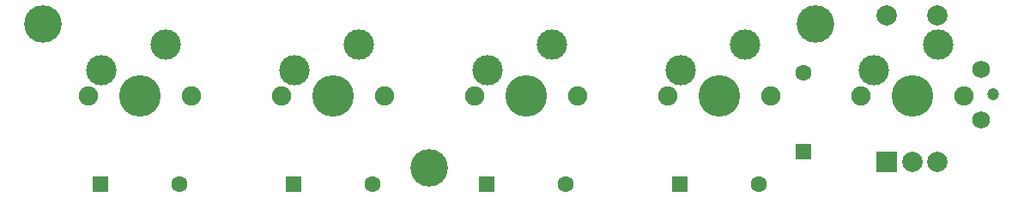
<source format=gts>
%TF.GenerationSoftware,KiCad,Pcbnew,(5.1.10)-1*%
%TF.CreationDate,2021-09-25T16:09:09+01:00*%
%TF.ProjectId,piccolo,70696363-6f6c-46f2-9e6b-696361645f70,rev?*%
%TF.SameCoordinates,Original*%
%TF.FileFunction,Soldermask,Top*%
%TF.FilePolarity,Negative*%
%FSLAX46Y46*%
G04 Gerber Fmt 4.6, Leading zero omitted, Abs format (unit mm)*
G04 Created by KiCad (PCBNEW (5.1.10)-1) date 2021-09-25 16:09:09*
%MOMM*%
%LPD*%
G01*
G04 APERTURE LIST*
%ADD10C,1.200000*%
%ADD11C,1.750000*%
%ADD12C,3.000000*%
%ADD13C,1.900000*%
%ADD14C,4.100000*%
%ADD15R,1.600000X1.600000*%
%ADD16C,1.600000*%
%ADD17C,3.700000*%
%ADD18R,2.000000X2.000000*%
%ADD19C,2.000000*%
G04 APERTURE END LIST*
D10*
%TO.C,Reset*%
X181042000Y-49062000D03*
D11*
X179832000Y-51562000D03*
X179832000Y-46562000D03*
%TD*%
D12*
%TO.C,MX4*%
X156527500Y-44132500D03*
X150177500Y-46672500D03*
D13*
X148907500Y-49212500D03*
X159067500Y-49212500D03*
D14*
X153987500Y-49212500D03*
%TD*%
D15*
%TO.C,D5*%
X162306000Y-54703000D03*
D16*
X162306000Y-46903000D03*
%TD*%
D15*
%TO.C,D4*%
X150087500Y-57943750D03*
D16*
X157887500Y-57943750D03*
%TD*%
D15*
%TO.C,D3*%
X131037500Y-57943750D03*
D16*
X138837500Y-57943750D03*
%TD*%
D15*
%TO.C,D2*%
X111987500Y-57943750D03*
D16*
X119787500Y-57943750D03*
%TD*%
D15*
%TO.C,D1*%
X92937500Y-57943750D03*
D16*
X100737500Y-57943750D03*
%TD*%
D17*
%TO.C,REF\u002A\u002A*%
X163512500Y-42068750D03*
%TD*%
%TO.C,REF\u002A\u002A*%
X87312500Y-42068750D03*
%TD*%
%TO.C,REF\u002A\u002A*%
X125412500Y-56356250D03*
%TD*%
D18*
%TO.C,SW2*%
X170537500Y-55760000D03*
D19*
X173037500Y-55760000D03*
X175537500Y-55760000D03*
X170537500Y-41260000D03*
X175537500Y-41260000D03*
%TD*%
D12*
%TO.C,MX5*%
X175577500Y-44132500D03*
X169227500Y-46672500D03*
D13*
X167957500Y-49212500D03*
X178117500Y-49212500D03*
D14*
X173037500Y-49212500D03*
%TD*%
D12*
%TO.C,MX3*%
X137477500Y-44132500D03*
X131127500Y-46672500D03*
D13*
X129857500Y-49212500D03*
X140017500Y-49212500D03*
D14*
X134937500Y-49212500D03*
%TD*%
D12*
%TO.C,MX2*%
X118427500Y-44132500D03*
X112077500Y-46672500D03*
D13*
X110807500Y-49212500D03*
X120967500Y-49212500D03*
D14*
X115887500Y-49212500D03*
%TD*%
D12*
%TO.C,MX1*%
X99377500Y-44132500D03*
X93027500Y-46672500D03*
D13*
X91757500Y-49212500D03*
X101917500Y-49212500D03*
D14*
X96837500Y-49212500D03*
%TD*%
M02*

</source>
